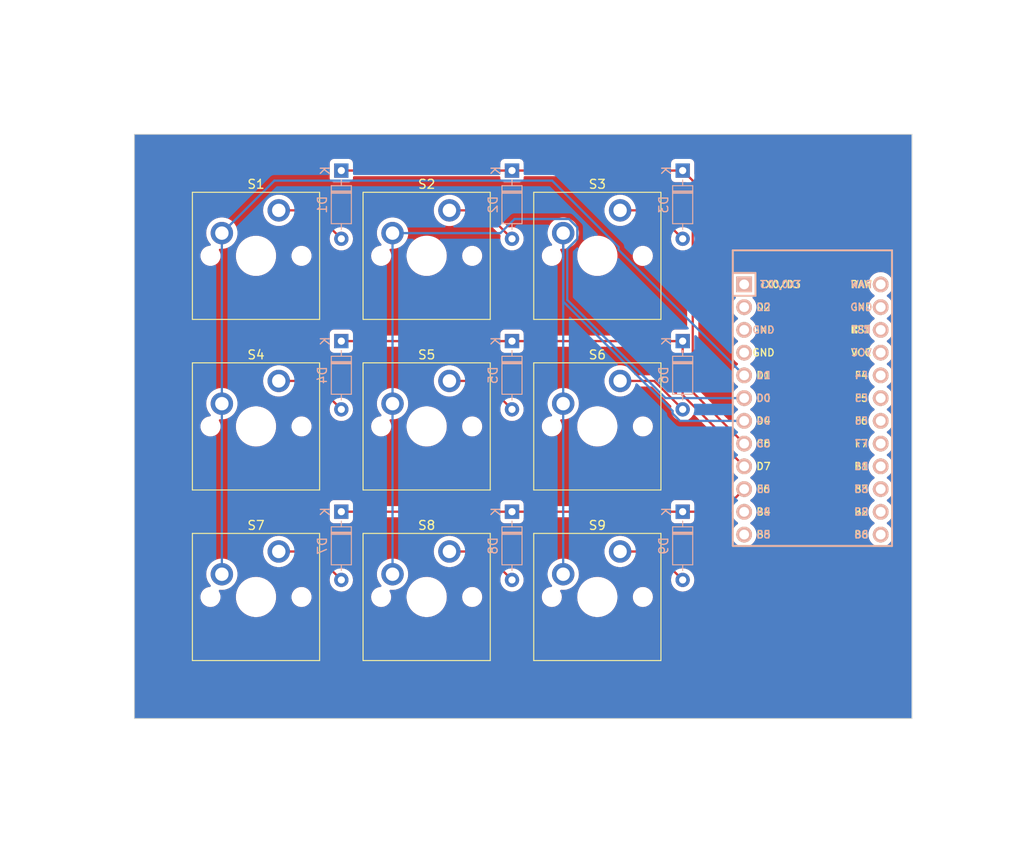
<source format=kicad_pcb>
(kicad_pcb (version 20221018) (generator pcbnew)
  (layers (0 "F.Cu" signal) (31 "B.Cu" signal) (34 "B.Paste" user) (35 "F.Paste" user) (36 "B.SilkS" user "B.Silkscreen") (37 "F.SilkS" user "F.Silkscreen") (38 "B.Mask" user) (39 "F.Mask" user) (44 "Edge.Cuts" user))
  (net 0 "")
  (net 1 "Row 0")
  (net 2 "Net-(D1-A)")
  (net 3 "Net-(D2-A)")
  (net 4 "Net-(D3-A)")
  (net 5 "Row 1")
  (net 6 "Net-(D4-A)")
  (net 7 "Net-(D5-A)")
  (net 8 "Net-(D6-A)")
  (net 9 "Row 2")
  (net 10 "Net-(D7-A)")
  (net 11 "Net-(D8-A)")
  (net 12 "Net-(D9-A)")
  (net 17 "Column 0")
  (net 18 "Column 1")
  (net 19 "Column 2")
  (footprint "ScottoKeebs_MX:MX_PCB_1.00u" (layer "F.Cu") (at 123.825 66.675)
    (fp_text reference "S1" (at 0 -8) (layer "F.SilkS"))
    (fp_text value "Keyswitch")
    (fp_line (start -7.1 -7.1) (end -7.1 7.1) (stroke (width 0.12)) (layer "F.SilkS"))
    (fp_line (start -7.1 7.1) (end 7.1 7.1) (stroke (width 0.12)) (layer "F.SilkS"))
    (fp_line (start 7.1 -7.1) (end -7.1 -7.1) (stroke (width 0.12)) (layer "F.SilkS"))
    (fp_line (start 7.1 7.1) (end 7.1 -7.1) (stroke (width 0.12)) (layer "F.SilkS"))
    (pad "" np_thru_hole circle (at -5.08 0) (size 1.75 1.75) (drill 1.75) (layers "*.Cu" "*.Mask"))
    (pad "" np_thru_hole circle (at 0 0) (size 4 4) (drill 4) (layers "*.Cu" "*.Mask"))
    (pad "" np_thru_hole circle (at 5.08 0) (size 1.75 1.75) (drill 1.75) (layers "*.Cu" "*.Mask"))
    (pad "1" thru_hole circle (at -3.81 -2.54) (size 2.5 2.5) (drill 1.5) (layers "*.Cu" "*.Mask") (net 17 "Column 0"))
    (pad "2" thru_hole circle (at 2.54 -5.08) (size 2.5 2.5) (drill 1.5) (layers "*.Cu" "*.Mask") (net 2 "Net-(D1-A)"))
  )
  (footprint "ScottoKeebs_MX:MX_PCB_1.00u" (layer "F.Cu") (at 142.875 104.775)
    (fp_text reference "S8" (at 0 -8) (layer "F.SilkS"))
    (fp_text value "Keyswitch")
    (fp_line (start -7.1 -7.1) (end -7.1 7.1) (stroke (width 0.12)) (layer "F.SilkS"))
    (fp_line (start -7.1 7.1) (end 7.1 7.1) (stroke (width 0.12)) (layer "F.SilkS"))
    (fp_line (start 7.1 -7.1) (end -7.1 -7.1) (stroke (width 0.12)) (layer "F.SilkS"))
    (fp_line (start 7.1 7.1) (end 7.1 -7.1) (stroke (width 0.12)) (layer "F.SilkS"))
    (pad "" np_thru_hole circle (at -5.08 0) (size 1.75 1.75) (drill 1.75) (layers "*.Cu" "*.Mask"))
    (pad "" np_thru_hole circle (at 0 0) (size 4 4) (drill 4) (layers "*.Cu" "*.Mask"))
    (pad "" np_thru_hole circle (at 5.08 0) (size 1.75 1.75) (drill 1.75) (layers "*.Cu" "*.Mask"))
    (pad "1" thru_hole circle (at -3.81 -2.54) (size 2.5 2.5) (drill 1.5) (layers "*.Cu" "*.Mask") (net 18 "Column 1"))
    (pad "2" thru_hole circle (at 2.54 -5.08) (size 2.5 2.5) (drill 1.5) (layers "*.Cu" "*.Mask") (net 11 "Net-(D8-A)"))
  )
  (footprint "ScottoKeebs_MCU:Arduino_Pro_Micro" (layer "F.Cu") (at 185.935 83.835)
    (fp_text reference "U1" hide)
    (fp_text value "Arduino_Pro_Micro" hide)
    (fp_text user "C6" (at -5.461 3.81) (layer "B.SilkS") (effects (font (size 0.8 0.8)) (justify mirror)))
    (fp_text user "ST" (at 5.04 -8.91) (layer "B.SilkS") (effects (font (size 0.8 0.8)) (justify mirror)))
    (fp_text user "D1" (at -5.461 -3.81) (layer "B.SilkS") (effects (font (size 0.8 0.8)) (justify mirror)))
    (fp_text user "F5" (at 5.461 -1.27) (layer "B.SilkS") (effects (font (size 0.8 0.8)) (justify mirror)))
    (fp_text user "F7" (at 5.461 3.81) (layer "B.SilkS") (effects (font (size 0.8 0.8)) (justify mirror)))
    (fp_text user "B3" (at 5.461 8.89) (layer "B.SilkS") (effects (font (size 0.8 0.8)) (justify mirror)))
    (fp_text user "D0" (at -5.461 -1.27) (layer "B.SilkS") (effects (font (size 0.8 0.8)) (justify mirror)))
    (fp_text user "F4" (at 5.461 -3.81) (layer "B.SilkS") (effects (font (size 0.8 0.8)) (justify mirror)))
    (fp_text user "B4" (at -5.461 11.43) (layer "B.SilkS") (effects (font (size 0.8 0.8)) (justify mirror)))
    (fp_text user "B6" (at 5.461 13.97) (layer "B.SilkS") (effects (font (size 0.8 0.8)) (justify mirror)))
    (fp_text user "RAW" (at 5.461 -13.97) (layer "B.SilkS") (effects (font (size 0.8 0.8)) (justify mirror)))
    (fp_text user "GND" (at 5.461 -11.43) (layer "B.SilkS") (effects (font (size 0.8 0.8)) (justify mirror)))
    (fp_text user "D4" (at -5.461 1.27) (layer "B.SilkS") (effects (font (size 0.8 0.8)) (justify mirror)))
    (fp_text user "B2" (at 5.461 11.43) (layer "B.SilkS") (effects (font (size 0.8 0.8)) (justify mirror)))
    (fp_text user "B1" (at 5.461 6.35) (layer "B.SilkS") (effects (font (size 0.8 0.8)) (justify mirror)))
    (fp_text user "TX0/D3" (at -3.571872 -13.97) (layer "B.SilkS") (effects (font (size 0.8 0.8)) (justify mirror)))
    (fp_text user "F6" (at 5.461 1.27) (layer "B.SilkS") (effects (font (size 0.8 0.8)) (justify mirror)))
    (fp_text user "D2" (at -5.461 -11.43) (layer "B.SilkS") (effects (font (size 0.8 0.8)) (justify mirror)))
    (fp_text user "GND" (at -5.461 -8.89) (layer "B.SilkS") (effects (font (size 0.8 0.8)) (justify mirror)))
    (fp_text user "VCC" (at 5.461 -6.35) (layer "B.SilkS") (effects (font (size 0.8 0.8)) (justify mirror)))
    (fp_text user "B5" (at -5.461 13.97) (layer "B.SilkS") (effects (font (size 0.8 0.8)) (justify mirror)))
    (fp_text user "E6" (at -5.461 8.89) (layer "B.SilkS") (effects (font (size 0.8 0.8)) (justify mirror)))
    (fp_text user "B5" (at -5.461 13.97) (layer "F.SilkS") (effects (font (size 0.8 0.8))))
    (fp_text user "D2" (at -5.461 -11.43) (layer "F.SilkS") (effects (font (size 0.8 0.8))))
    (fp_text user "B2" (at 5.461 11.43) (layer "F.SilkS") (effects (font (size 0.8 0.8))))
    (fp_text user "F6" (at 5.461 1.27) (layer "F.SilkS") (effects (font (size 0.8 0.8))))
    (fp_text user "VCC" (at 5.461 -6.35) (layer "F.SilkS") (effects (font (size 0.8 0.8))))
    (fp_text user "B6" (at 5.461 13.97) (layer "F.SilkS") (effects (font (size 0.8 0.8))))
    (fp_text user "F7" (at 5.461 3.81) (layer "F.SilkS") (effects (font (size 0.8 0.8))))
    (fp_text user "TX0/D3" (at -3.571872 -13.97) (layer "F.SilkS") (effects (font (size 0.8 0.8))))
    (fp_text user "GND" (at 5.461 -11.43) (layer "F.SilkS") (effects (font (size 0.8 0.8))))
    (fp_text user "B4" (at -5.461 11.43) (layer "F.SilkS") (effects (font (size 0.8 0.8))))
    (fp_text user "F5" (at 5.461 -1.27) (layer "F.SilkS") (effects (font (size 0.8 0.8))))
    (fp_text user "D7" (at -5.461 6.35) (layer "F.SilkS") (effects (font (size 0.8 0.8))))
    (fp_text user "B1" (at 5.461 6.35) (layer "F.SilkS") (effects (font (size 0.8 0.8))))
    (fp_text user "D0" (at -5.461 -1.27) (layer "F.SilkS") (effects (font (size 0.8 0.8))))
    (fp_text user "E6" (at -5.461 8.89) (layer "F.SilkS") (effects (font (size 0.8 0.8))))
    (fp_text user "D4" (at -5.461 1.27) (layer "F.SilkS") (effects (font (size 0.8 0.8))))
    (fp_text user "GND" (at -5.461 -8.89) (layer "F.SilkS") (effects (font (size 0.8 0.8))))
    (fp_text user "D1" (at -5.461 -3.81) (layer "F.SilkS") (effects (font (size 0.8 0.8))))
    (fp_text user "F4" (at 5.461 -3.81) (layer "F.SilkS") (effects (font (size 0.8 0.8))))
    (fp_text user "C6" (at -5.461 3.81) (layer "F.SilkS") (effects (font (size 0.8 0.8))))
    (fp_text user "RAW" (at 5.461 -13.97) (layer "F.SilkS") (effects (font (size 0.8 0.8))))
    (fp_text user "GND" (at -5.461 -6.35) (layer "F.SilkS") (effects (font (size 0.8 0.8))))
    (fp_text user "ST" (at 5.73312 -8.92) (layer "F.SilkS") (effects (font (size 0.8 0.8))))
    (fp_text user "B3" (at 5.461 8.89) (layer "F.SilkS") (effects (font (size 0.8 0.8))))
    (fp_line (start -8.89 -17.78) (end -8.89 15.24) (stroke (width 0.2)) (layer "B.SilkS"))
    (fp_line (start -8.89 15.24) (end 8.89 15.24) (stroke (width 0.2)) (layer "B.SilkS"))
    (fp_line (start -6.35 -15.24) (end -8.89 -15.24) (stroke (width 0.2)) (layer "B.SilkS"))
    (fp_line (start -6.35 -15.24) (end -6.35 -12.7) (stroke (width 0.2)) (layer "B.SilkS"))
    (fp_line (start -6.35 -12.7) (end -8.89 -12.7) (stroke (width 0.2)) (layer "B.SilkS"))
    (fp_line (start 8.89 -17.78) (end -8.89 -17.78) (stroke (width 0.2)) (layer "B.SilkS"))
    (fp_line (start 8.89 15.24) (end 8.89 -17.78) (stroke (width 0.2)) (layer "B.SilkS"))
    (fp_poly (pts (xy 5.844635 -9.35097) (xy 5.844635 -9.25097) (xy 6.344635 -9.25097) (xy 6.344635 -9.35097)) (stroke (width 0.15)) (fill solid) (layer "B.SilkS"))
    (fp_poly (pts (xy 5.844635 -9.35097) (xy 5.844635 -9.05097) (xy 5.944635 -9.05097) (xy 5.944635 -9.35097)) (stroke (width 0.15)) (fill solid) (layer "B.SilkS"))
    (fp_poly (pts (xy 5.844635 -8.75097) (xy 5.844635 -8.55097) (xy 5.944635 -8.55097) (xy 5.944635 -8.75097)) (stroke (width 0.15)) (fill solid) (layer "B.SilkS"))
    (fp_poly (pts (xy 6.044635 -8.95097) (xy 6.044635 -8.85097) (xy 6.144635 -8.85097) (xy 6.144635 -8.95097)) (stroke (width 0.15)) (fill solid) (layer "B.SilkS"))
    (fp_poly (pts (xy 6.244635 -9.35097) (xy 6.244635 -8.55097) (xy 6.344635 -8.55097) (xy 6.344635 -9.35097)) (stroke (width 0.15)) (fill solid) (layer "B.SilkS"))
    (fp_line (start -8.89 -17.78) (end -8.89 15.24) (stroke (width 0.2)) (layer "F.SilkS"))
    (fp_line (start -8.89 15.24) (end 8.89 15.24) (stroke (width 0.2)) (layer "F.SilkS"))
    (fp_line (start -6.35 -15.24) (end -8.89 -15.24) (stroke (width 0.2)) (layer "F.SilkS"))
    (fp_line (start -6.35 -15.24) (end -6.35 -12.7) (stroke (width 0.2)) (layer "F.SilkS"))
    (fp_line (start -6.35 -12.7) (end -8.89 -12.7) (stroke (width 0.2)) (layer "F.SilkS"))
    (fp_line (start 8.89 -17.78) (end -8.89 -17.78) (stroke (width 0.2)) (layer "F.SilkS"))
    (fp_line (start 8.89 15.24) (end 8.89 -17.78) (stroke (width 0.2)) (layer "F.SilkS"))
    (fp_poly (pts (xy 4.531568 -9.36064) (xy 4.531568 -8.56064) (xy 4.431568 -8.56064) (xy 4.431568 -9.36064)) (stroke (width 0.15)) (fill solid) (layer "F.SilkS"))
    (fp_poly (pts (xy 4.731568 -8.96064) (xy 4.731568 -8.86064) (xy 4.631568 -8.86064) (xy 4.631568 -8.96064)) (stroke (width 0.15)) (fill solid) (layer "F.SilkS"))
    (fp_poly (pts (xy 4.931568 -9.36064) (xy 4.931568 -9.26064) (xy 4.431568 -9.26064) (xy 4.431568 -9.36064)) (stroke (width 0.15)) (fill solid) (layer "F.SilkS"))
    (fp_poly (pts (xy 4.931568 -9.36064) (xy 4.931568 -9.06064) (xy 4.831568 -9.06064) (xy 4.831568 -9.36064)) (stroke (width 0.15)) (fill solid) (layer "F.SilkS"))
    (fp_poly (pts (xy 4.931568 -8.76064) (xy 4.931568 -8.56064) (xy 4.831568 -8.56064) (xy 4.831568 -8.76064)) (stroke (width 0.15)) (fill solid) (layer "F.SilkS"))
    (pad "1" thru_hole rect (at -7.62 -13.97 270) (size 1.7526 1.7526) (drill 1.0922) (layers "*.Cu" "*.SilkS" "*.Mask"))
    (pad "2" thru_hole circle (at -7.62 -11.43 270) (size 1.7526 1.7526) (drill 1.0922) (layers "*.Cu" "*.SilkS" "*.Mask"))
    (pad "3" thru_hole circle (at -7.62 -8.89 270) (size 1.7526 1.7526) (drill 1.0922) (layers "*.Cu" "*.SilkS" "*.Mask"))
    (pad "4" thru_hole circle (at -7.62 -6.35 270) (size 1.7526 1.7526) (drill 1.0922) (layers "*.Cu" "*.SilkS" "*.Mask"))
    (pad "5" thru_hole circle (at -7.62 -3.81 270) (size 1.7526 1.7526) (drill 1.0922) (layers "*.Cu" "*.SilkS" "*.Mask") (net 17 "Column 0"))
    (pad "6" thru_hole circle (at -7.62 -1.27 270) (size 1.7526 1.7526) (drill 1.0922) (layers "*.Cu" "*.SilkS" "*.Mask") (net 18 "Column 1"))
    (pad "7" thru_hole circle (at -7.62 1.27 270) (size 1.7526 1.7526) (drill 1.0922) (layers "*.Cu" "*.SilkS" "*.Mask") (net 19 "Column 2"))
    (pad "8" thru_hole circle (at -7.62 3.81 270) (size 1.7526 1.7526) (drill 1.0922) (layers "*.Cu" "*.SilkS" "*.Mask") (net 1 "Row 0"))
    (pad "9" thru_hole circle (at -7.62 6.35 270) (size 1.7526 1.7526) (drill 1.0922) (layers "*.Cu" "*.SilkS" "*.Mask") (net 5 "Row 1"))
    (pad "10" thru_hole circle (at -7.62 8.89 270) (size 1.7526 1.7526) (drill 1.0922) (layers "*.Cu" "*.SilkS" "*.Mask") (net 9 "Row 2"))
    (pad "11" thru_hole circle (at -7.62 11.43 270) (size 1.7526 1.7526) (drill 1.0922) (layers "*.Cu" "*.SilkS" "*.Mask"))
    (pad "12" thru_hole circle (at -7.62 13.97 270) (size 1.7526 1.7526) (drill 1.0922) (layers "*.Cu" "*.SilkS" "*.Mask"))
    (pad "13" thru_hole circle (at 7.62 13.97 270) (size 1.7526 1.7526) (drill 1.0922) (layers "*.Cu" "*.SilkS" "*.Mask"))
    (pad "14" thru_hole circle (at 7.62 11.43 270) (size 1.7526 1.7526) (drill 1.0922) (layers "*.Cu" "*.SilkS" "*.Mask"))
    (pad "15" thru_hole circle (at 7.62 8.89 270) (size 1.7526 1.7526) (drill 1.0922) (layers "*.Cu" "*.SilkS" "*.Mask"))
    (pad "16" thru_hole circle (at 7.62 6.35 270) (size 1.7526 1.7526) (drill 1.0922) (layers "*.Cu" "*.SilkS" "*.Mask"))
    (pad "17" thru_hole circle (at 7.62 3.81 270) (size 1.7526 1.7526) (drill 1.0922) (layers "*.Cu" "*.SilkS" "*.Mask"))
    (pad "18" thru_hole circle (at 7.62 1.27 270) (size 1.7526 1.7526) (drill 1.0922) (layers "*.Cu" "*.SilkS" "*.Mask"))
    (pad "19" thru_hole circle (at 7.62 -1.27 270) (size 1.7526 1.7526) (drill 1.0922) (layers "*.Cu" "*.SilkS" "*.Mask"))
    (pad "20" thru_hole circle (at 7.62 -3.81 270) (size 1.7526 1.7526) (drill 1.0922) (layers "*.Cu" "*.SilkS" "*.Mask"))
    (pad "21" thru_hole circle (at 7.62 -6.35 270) (size 1.7526 1.7526) (drill 1.0922) (layers "*.Cu" "*.SilkS" "*.Mask"))
    (pad "22" thru_hole circle (at 7.62 -8.89 270) (size 1.7526 1.7526) (drill 1.0922) (layers "*.Cu" "*.SilkS" "*.Mask"))
    (pad "23" thru_hole circle (at 7.62 -11.43 270) (size 1.7526 1.7526) (drill 1.0922) (layers "*.Cu" "*.SilkS" "*.Mask"))
    (pad "24" thru_hole circle (at 7.62 -13.97 270) (size 1.7526 1.7526) (drill 1.0922) (layers "*.Cu" "*.SilkS" "*.Mask"))
  )
  (footprint "ScottoKeebs_MX:MX_PCB_1.00u" (layer "F.Cu") (at 142.875 85.725)
    (fp_text reference "S5" (at 0 -8) (layer "F.SilkS"))
    (fp_text value "Keyswitch")
    (fp_line (start -7.1 -7.1) (end -7.1 7.1) (stroke (width 0.12)) (layer "F.SilkS"))
    (fp_line (start -7.1 7.1) (end 7.1 7.1) (stroke (width 0.12)) (layer "F.SilkS"))
    (fp_line (start 7.1 -7.1) (end -7.1 -7.1) (stroke (width 0.12)) (layer "F.SilkS"))
    (fp_line (start 7.1 7.1) (end 7.1 -7.1) (stroke (width 0.12)) (layer "F.SilkS"))
    (pad "" np_thru_hole circle (at -5.08 0) (size 1.75 1.75) (drill 1.75) (layers "*.Cu" "*.Mask"))
    (pad "" np_thru_hole circle (at 0 0) (size 4 4) (drill 4) (layers "*.Cu" "*.Mask"))
    (pad "" np_thru_hole circle (at 5.08 0) (size 1.75 1.75) (drill 1.75) (layers "*.Cu" "*.Mask"))
    (pad "1" thru_hole circle (at -3.81 -2.54) (size 2.5 2.5) (drill 1.5) (layers "*.Cu" "*.Mask") (net 18 "Column 1"))
    (pad "2" thru_hole circle (at 2.54 -5.08) (size 2.5 2.5) (drill 1.5) (layers "*.Cu" "*.Mask") (net 7 "Net-(D5-A)"))
  )
  (footprint "ScottoKeebs_MX:MX_PCB_1.00u" (layer "F.Cu") (at 161.925 85.725)
    (fp_text reference "S6" (at 0 -8) (layer "F.SilkS"))
    (fp_text value "Keyswitch")
    (fp_line (start -7.1 -7.1) (end -7.1 7.1) (stroke (width 0.12)) (layer "F.SilkS"))
    (fp_line (start -7.1 7.1) (end 7.1 7.1) (stroke (width 0.12)) (layer "F.SilkS"))
    (fp_line (start 7.1 -7.1) (end -7.1 -7.1) (stroke (width 0.12)) (layer "F.SilkS"))
    (fp_line (start 7.1 7.1) (end 7.1 -7.1) (stroke (width 0.12)) (layer "F.SilkS"))
    (pad "" np_thru_hole circle (at -5.08 0) (size 1.75 1.75) (drill 1.75) (layers "*.Cu" "*.Mask"))
    (pad "" np_thru_hole circle (at 0 0) (size 4 4) (drill 4) (layers "*.Cu" "*.Mask"))
    (pad "" np_thru_hole circle (at 5.08 0) (size 1.75 1.75) (drill 1.75) (layers "*.Cu" "*.Mask"))
    (pad "1" thru_hole circle (at -3.81 -2.54) (size 2.5 2.5) (drill 1.5) (layers "*.Cu" "*.Mask") (net 19 "Column 2"))
    (pad "2" thru_hole circle (at 2.54 -5.08) (size 2.5 2.5) (drill 1.5) (layers "*.Cu" "*.Mask") (net 8 "Net-(D6-A)"))
  )
  (footprint "ScottoKeebs_MX:MX_PCB_1.00u" (layer "F.Cu") (at 123.825 85.725)
    (fp_text reference "S4" (at 0 -8) (layer "F.SilkS"))
    (fp_text value "Keyswitch")
    (fp_line (start -7.1 -7.1) (end -7.1 7.1) (stroke (width 0.12)) (layer "F.SilkS"))
    (fp_line (start -7.1 7.1) (end 7.1 7.1) (stroke (width 0.12)) (layer "F.SilkS"))
    (fp_line (start 7.1 -7.1) (end -7.1 -7.1) (stroke (width 0.12)) (layer "F.SilkS"))
    (fp_line (start 7.1 7.1) (end 7.1 -7.1) (stroke (width 0.12)) (layer "F.SilkS"))
    (pad "" np_thru_hole circle (at -5.08 0) (size 1.75 1.75) (drill 1.75) (layers "*.Cu" "*.Mask"))
    (pad "" np_thru_hole circle (at 0 0) (size 4 4) (drill 4) (layers "*.Cu" "*.Mask"))
    (pad "" np_thru_hole circle (at 5.08 0) (size 1.75 1.75) (drill 1.75) (layers "*.Cu" "*.Mask"))
    (pad "1" thru_hole circle (at -3.81 -2.54) (size 2.5 2.5) (drill 1.5) (layers "*.Cu" "*.Mask") (net 17 "Column 0"))
    (pad "2" thru_hole circle (at 2.54 -5.08) (size 2.5 2.5) (drill 1.5) (layers "*.Cu" "*.Mask") (net 6 "Net-(D4-A)"))
  )
  (footprint "ScottoKeebs_MX:MX_PCB_1.00u" (layer "F.Cu") (at 161.925 104.775)
    (fp_text reference "S9" (at 0 -8) (layer "F.SilkS"))
    (fp_text value "Keyswitch")
    (fp_line (start -7.1 -7.1) (end -7.1 7.1) (stroke (width 0.12)) (layer "F.SilkS"))
    (fp_line (start -7.1 7.1) (end 7.1 7.1) (stroke (width 0.12)) (layer "F.SilkS"))
    (fp_line (start 7.1 -7.1) (end -7.1 -7.1) (stroke (width 0.12)) (layer "F.SilkS"))
    (fp_line (start 7.1 7.1) (end 7.1 -7.1) (stroke (width 0.12)) (layer "F.SilkS"))
    (pad "" np_thru_hole circle (at -5.08 0) (size 1.75 1.75) (drill 1.75) (layers "*.Cu" "*.Mask"))
    (pad "" np_thru_hole circle (at 0 0) (size 4 4) (drill 4) (layers "*.Cu" "*.Mask"))
    (pad "" np_thru_hole circle (at 5.08 0) (size 1.75 1.75) (drill 1.75) (layers "*.Cu" "*.Mask"))
    (pad "1" thru_hole circle (at -3.81 -2.54) (size 2.5 2.5) (drill 1.5) (layers "*.Cu" "*.Mask") (net 19 "Column 2"))
    (pad "2" thru_hole circle (at 2.54 -5.08) (size 2.5 2.5) (drill 1.5) (layers "*.Cu" "*.Mask") (net 12 "Net-(D9-A)"))
  )
  (footprint "ScottoKeebs_MX:MX_PCB_1.00u" (layer "F.Cu") (at 161.925 66.675)
    (fp_text reference "S3" (at 0 -8) (layer "F.SilkS"))
    (fp_text value "Keyswitch")
    (fp_line (start -7.1 -7.1) (end -7.1 7.1) (stroke (width 0.12)) (layer "F.SilkS"))
    (fp_line (start -7.1 7.1) (end 7.1 7.1) (stroke (width 0.12)) (layer "F.SilkS"))
    (fp_line (start 7.1 -7.1) (end -7.1 -7.1) (stroke (width 0.12)) (layer "F.SilkS"))
    (fp_line (start 7.1 7.1) (end 7.1 -7.1) (stroke (width 0.12)) (layer "F.SilkS"))
    (pad "" np_thru_hole circle (at -5.08 0) (size 1.75 1.75) (drill 1.75) (layers "*.Cu" "*.Mask"))
    (pad "" np_thru_hole circle (at 0 0) (size 4 4) (drill 4) (layers "*.Cu" "*.Mask"))
    (pad "" np_thru_hole circle (at 5.08 0) (size 1.75 1.75) (drill 1.75) (layers "*.Cu" "*.Mask"))
    (pad "1" thru_hole circle (at -3.81 -2.54) (size 2.5 2.5) (drill 1.5) (layers "*.Cu" "*.Mask") (net 19 "Column 2"))
    (pad "2" thru_hole circle (at 2.54 -5.08) (size 2.5 2.5) (drill 1.5) (layers "*.Cu" "*.Mask") (net 4 "Net-(D3-A)"))
  )
  (footprint "ScottoKeebs_MX:MX_PCB_1.00u" (layer "F.Cu") (at 142.875 66.675)
    (fp_text reference "S2" (at 0 -8) (layer "F.SilkS"))
    (fp_text value "Keyswitch")
    (fp_line (start -7.1 -7.1) (end -7.1 7.1) (stroke (width 0.12)) (layer "F.SilkS"))
    (fp_line (start -7.1 7.1) (end 7.1 7.1) (stroke (width 0.12)) (layer "F.SilkS"))
    (fp_line (start 7.1 -7.1) (end -7.1 -7.1) (stroke (width 0.12)) (layer "F.SilkS"))
    (fp_line (start 7.1 7.1) (end 7.1 -7.1) (stroke (width 0.12)) (layer "F.SilkS"))
    (pad "" np_thru_hole circle (at -5.08 0) (size 1.75 1.75) (drill 1.75) (layers "*.Cu" "*.Mask"))
    (pad "" np_thru_hole circle (at 0 0) (size 4 4) (drill 4) (layers "*.Cu" "*.Mask"))
    (pad "" np_thru_hole circle (at 5.08 0) (size 1.75 1.75) (drill 1.75) (layers "*.Cu" "*.Mask"))
    (pad "1" thru_hole circle (at -3.81 -2.54) (size 2.5 2.5) (drill 1.5) (layers "*.Cu" "*.Mask") (net 18 "Column 1"))
    (pad "2" thru_hole circle (at 2.54 -5.08) (size 2.5 2.5) (drill 1.5) (layers "*.Cu" "*.Mask") (net 3 "Net-(D2-A)"))
  )
  (footprint "ScottoKeebs_MX:MX_PCB_1.00u" (layer "F.Cu") (at 123.825 104.775)
    (fp_text reference "S7" (at 0 -8) (layer "F.SilkS"))
    (fp_text value "Keyswitch")
    (fp_line (start -7.1 -7.1) (end -7.1 7.1) (stroke (width 0.12)) (layer "F.SilkS"))
    (fp_line (start -7.1 7.1) (end 7.1 7.1) (stroke (width 0.12)) (layer "F.SilkS"))
    (fp_line (start 7.1 -7.1) (end -7.1 -7.1) (stroke (width 0.12)) (layer "F.SilkS"))
    (fp_line (start 7.1 7.1) (end 7.1 -7.1) (stroke (width 0.12)) (layer "F.SilkS"))
    (pad "" np_thru_hole circle (at -5.08 0) (size 1.75 1.75) (drill 1.75) (layers "*.Cu" "*.Mask"))
    (pad "" np_thru_hole circle (at 0 0) (size 4 4) (drill 4) (layers "*.Cu" "*.Mask"))
    (pad "" np_thru_hole circle (at 5.08 0) (size 1.75 1.75) (drill 1.75) (layers "*.Cu" "*.Mask"))
    (pad "1" thru_hole circle (at -3.81 -2.54) (size 2.5 2.5) (drill 1.5) (layers "*.Cu" "*.Mask") (net 17 "Column 0"))
    (pad "2" thru_hole circle (at 2.54 -5.08) (size 2.5 2.5) (drill 1.5) (layers "*.Cu" "*.Mask") (net 10 "Net-(D7-A)"))
  )
  (footprint "ScottoKeebs_Components:Diode_DO-35" (layer "B.Cu") (at 152.4 57.15 -90)
    (fp_text reference "D2" (at 3.81 2.12 90) (layer "B.SilkS") (effects (justify mirror)))
    (fp_text value "Diode")
    (fp_text user "K" (at 0 1.8 90) (layer "B.SilkS") (effects (justify mirror)))
    (fp_line (start 1.04 0) (end 1.69 0) (stroke (width 0.12)) (layer "B.SilkS"))
    (fp_line (start 1.69 -1.12) (end 5.93 -1.12) (stroke (width 0.12)) (layer "B.SilkS"))
    (fp_line (start 1.69 1.12) (end 1.69 -1.12) (stroke (width 0.12)) (layer "B.SilkS"))
    (fp_line (start 2.29 1.12) (end 2.29 -1.12) (stroke (width 0.12)) (layer "B.SilkS"))
    (fp_line (start 2.41 1.12) (end 2.41 -1.12) (stroke (width 0.12)) (layer "B.SilkS"))
    (fp_line (start 2.53 1.12) (end 2.53 -1.12) (stroke (width 0.12)) (layer "B.SilkS"))
    (fp_line (start 5.93 -1.12) (end 5.93 1.12) (stroke (width 0.12)) (layer "B.SilkS"))
    (fp_line (start 5.93 1.12) (end 1.69 1.12) (stroke (width 0.12)) (layer "B.SilkS"))
    (fp_line (start 6.58 0) (end 5.93 0) (stroke (width 0.12)) (layer "B.SilkS"))
    (pad "1" thru_hole rect (at 0 0 270) (size 1.6 1.6) (drill 0.8) (layers "*.Cu" "*.Mask") (net 1 "Row 0"))
    (pad "2" thru_hole oval (at 7.62 0 270) (size 1.6 1.6) (drill 0.8) (layers "*.Cu" "*.Mask") (net 3 "Net-(D2-A)"))
  )
  (footprint "ScottoKeebs_Components:Diode_DO-35" (layer "B.Cu") (at 171.45 95.25 -90)
    (fp_text reference "D9" (at 3.81 2.12 90) (layer "B.SilkS") (effects (justify mirror)))
    (fp_text value "Diode")
    (fp_text user "K" (at 0 1.8 90) (layer "B.SilkS") (effects (justify mirror)))
    (fp_line (start 1.04 0) (end 1.69 0) (stroke (width 0.12)) (layer "B.SilkS"))
    (fp_line (start 1.69 -1.12) (end 5.93 -1.12) (stroke (width 0.12)) (layer "B.SilkS"))
    (fp_line (start 1.69 1.12) (end 1.69 -1.12) (stroke (width 0.12)) (layer "B.SilkS"))
    (fp_line (start 2.29 1.12) (end 2.29 -1.12) (stroke (width 0.12)) (layer "B.SilkS"))
    (fp_line (start 2.41 1.12) (end 2.41 -1.12) (stroke (width 0.12)) (layer "B.SilkS"))
    (fp_line (start 2.53 1.12) (end 2.53 -1.12) (stroke (width 0.12)) (layer "B.SilkS"))
    (fp_line (start 5.93 -1.12) (end 5.93 1.12) (stroke (width 0.12)) (layer "B.SilkS"))
    (fp_line (start 5.93 1.12) (end 1.69 1.12) (stroke (width 0.12)) (layer "B.SilkS"))
    (fp_line (start 6.58 0) (end 5.93 0) (stroke (width 0.12)) (layer "B.SilkS"))
    (pad "1" thru_hole rect (at 0 0 270) (size 1.6 1.6) (drill 0.8) (layers "*.Cu" "*.Mask") (net 9 "Row 2"))
    (pad "2" thru_hole oval (at 7.62 0 270) (size 1.6 1.6) (drill 0.8) (layers "*.Cu" "*.Mask") (net 12 "Net-(D9-A)"))
  )
  (footprint "ScottoKeebs_Components:Diode_DO-35" (layer "B.Cu") (at 133.35 57.15 -90)
    (fp_text reference "D1" (at 3.81 2.12 90) (layer "B.SilkS") (effects (justify mirror)))
    (fp_text value "Diode")
    (fp_text user "K" (at 0 1.8 90) (layer "B.SilkS") (effects (justify mirror)))
    (fp_line (start 1.04 0) (end 1.69 0) (stroke (width 0.12)) (layer "B.SilkS"))
    (fp_line (start 1.69 -1.12) (end 5.93 -1.12) (stroke (width 0.12)) (layer "B.SilkS"))
    (fp_line (start 1.69 1.12) (end 1.69 -1.12) (stroke (width 0.12)) (layer "B.SilkS"))
    (fp_line (start 2.29 1.12) (end 2.29 -1.12) (stroke (width 0.12)) (layer "B.SilkS"))
    (fp_line (start 2.41 1.12) (end 2.41 -1.12) (stroke (width 0.12)) (layer "B.SilkS"))
    (fp_line (start 2.53 1.12) (end 2.53 -1.12) (stroke (width 0.12)) (layer "B.SilkS"))
    (fp_line (start 5.93 -1.12) (end 5.93 1.12) (stroke (width 0.12)) (layer "B.SilkS"))
    (fp_line (start 5.93 1.12) (end 1.69 1.12) (stroke (width 0.12)) (layer "B.SilkS"))
    (fp_line (start 6.58 0) (end 5.93 0) (stroke (width 0.12)) (layer "B.SilkS"))
    (pad "1" thru_hole rect (at 0 0 270) (size 1.6 1.6) (drill 0.8) (layers "*.Cu" "*.Mask") (net 1 "Row 0"))
    (pad "2" thru_hole oval (at 7.62 0 270) (size 1.6 1.6) (drill 0.8) (layers "*.Cu" "*.Mask") (net 2 "Net-(D1-A)"))
  )
  (footprint "ScottoKeebs_Components:Diode_DO-35" (layer "B.Cu") (at 171.45 76.2 -90)
    (fp_text reference "D6" (at 3.81 2.12 90) (layer "B.SilkS") (effects (justify mirror)))
    (fp_text value "Diode")
    (fp_text user "K" (at 0 1.8 90) (layer "B.SilkS") (effects (justify mirror)))
    (fp_line (start 1.04 0) (end 1.69 0) (stroke (width 0.12)) (layer "B.SilkS"))
    (fp_line (start 1.69 -1.12) (end 5.93 -1.12) (stroke (width 0.12)) (layer "B.SilkS"))
    (fp_line (start 1.69 1.12) (end 1.69 -1.12) (stroke (width 0.12)) (layer "B.SilkS"))
    (fp_line (start 2.29 1.12) (end 2.29 -1.12) (stroke (width 0.12)) (layer "B.SilkS"))
    (fp_line (start 2.41 1.12) (end 2.41 -1.12) (stroke (width 0.12)) (layer "B.SilkS"))
    (fp_line (start 2.53 1.12) (end 2.53 -1.12) (stroke (width 0.12)) (layer "B.SilkS"))
    (fp_line (start 5.93 -1.12) (end 5.93 1.12) (stroke (width 0.12)) (layer "B.SilkS"))
    (fp_line (start 5.93 1.12) (end 1.69 1.12) (stroke (width 0.12)) (layer "B.SilkS"))
    (fp_line (start 6.58 0) (end 5.93 0) (stroke (width 0.12)) (layer "B.SilkS"))
    (pad "1" thru_hole rect (at 0 0 270) (size 1.6 1.6) (drill 0.8) (layers "*.Cu" "*.Mask") (net 5 "Row 1"))
    (pad "2" thru_hole oval (at 7.62 0 270) (size 1.6 1.6) (drill 0.8) (layers "*.Cu" "*.Mask") (net 8 "Net-(D6-A)"))
  )
  (footprint "ScottoKeebs_Components:Diode_DO-35" (layer "B.Cu") (at 152.4 76.2 -90)
    (fp_text reference "D5" (at 3.81 2.12 90) (layer "B.SilkS") (effects (justify mirror)))
    (fp_text value "Diode")
    (fp_text user "K" (at 0 1.8 90) (layer "B.SilkS") (effects (justify mirror)))
    (fp_line (start 1.04 0) (end 1.69 0) (stroke (width 0.12)) (layer "B.SilkS"))
    (fp_line (start 1.69 -1.12) (end 5.93 -1.12) (stroke (width 0.12)) (layer "B.SilkS"))
    (fp_line (start 1.69 1.12) (end 1.69 -1.12) (stroke (width 0.12)) (layer "B.SilkS"))
    (fp_line (start 2.29 1.12) (end 2.29 -1.12) (stroke (width 0.12)) (layer "B.SilkS"))
    (fp_line (start 2.41 1.12) (end 2.41 -1.12) (stroke (width 0.12)) (layer "B.SilkS"))
    (fp_line (start 2.53 1.12) (end 2.53 -1.12) (stroke (width 0.12)) (layer "B.SilkS"))
    (fp_line (start 5.93 -1.12) (end 5.93 1.12) (stroke (width 0.12)) (layer "B.SilkS"))
    (fp_line (start 5.93 1.12) (end 1.69 1.12) (stroke (width 0.12)) (layer "B.SilkS"))
    (fp_line (start 6.58 0) (end 5.93 0) (stroke (width 0.12)) (layer "B.SilkS"))
    (pad "1" thru_hole rect (at 0 0 270) (size 1.6 1.6) (drill 0.8) (layers "*.Cu" "*.Mask") (net 5 "Row 1"))
    (pad "2" thru_hole oval (at 7.62 0 270) (size 1.6 1.6) (drill 0.8) (layers "*.Cu" "*.Mask") (net 7 "Net-(D5-A)"))
  )
  (footprint "ScottoKeebs_Components:Diode_DO-35" (layer "B.Cu") (at 152.4 95.25 -90)
    (fp_text reference "D8" (at 3.81 2.12 90) (layer "B.SilkS") (effects (justify mirror)))
    (fp_text value "Diode")
    (fp_text user "K" (at 0 1.8 90) (layer "B.SilkS") (effects (justify mirror)))
    (fp_line (start 1.04 0) (end 1.69 0) (stroke (width 0.12)) (layer "B.SilkS"))
    (fp_line (start 1.69 -1.12) (end 5.93 -1.12) (stroke (width 0.12)) (layer "B.SilkS"))
    (fp_line (start 1.69 1.12) (end 1.69 -1.12) (stroke (width 0.12)) (layer "B.SilkS"))
    (fp_line (start 2.29 1.12) (end 2.29 -1.12) (stroke (width 0.12)) (layer "B.SilkS"))
    (fp_line (start 2.41 1.12) (end 2.41 -1.12) (stroke (width 0.12)) (layer "B.SilkS"))
    (fp_line (start 2.53 1.12) (end 2.53 -1.12) (stroke (width 0.12)) (layer "B.SilkS"))
    (fp_line (start 5.93 -1.12) (end 5.93 1.12) (stroke (width 0.12)) (layer "B.SilkS"))
    (fp_line (start 5.93 1.12) (end 1.69 1.12) (stroke (width 0.12)) (layer "B.SilkS"))
    (fp_line (start 6.58 0) (end 5.93 0) (stroke (width 0.12)) (layer "B.SilkS"))
    (pad "1" thru_hole rect (at 0 0 270) (size 1.6 1.6) (drill 0.8) (layers "*.Cu" "*.Mask") (net 9 "Row 2"))
    (pad "2" thru_hole oval (at 7.62 0 270) (size 1.6 1.6) (drill 0.8) (layers "*.Cu" "*.Mask") (net 11 "Net-(D8-A)"))
  )
  (footprint "ScottoKeebs_Components:Diode_DO-35" (layer "B.Cu") (at 133.35 76.2 -90)
    (fp_text reference "D4" (at 3.81 2.12 90) (layer "B.SilkS") (effects (justify mirror)))
    (fp_text value "Diode")
    (fp_text user "K" (at 0 1.8 90) (layer "B.SilkS") (effects (justify mirror)))
    (fp_line (start 1.04 0) (end 1.69 0) (stroke (width 0.12)) (layer "B.SilkS"))
    (fp_line (start 1.69 -1.12) (end 5.93 -1.12) (stroke (width 0.12)) (layer "B.SilkS"))
    (fp_line (start 1.69 1.12) (end 1.69 -1.12) (stroke (width 0.12)) (layer "B.SilkS"))
    (fp_line (start 2.29 1.12) (end 2.29 -1.12) (stroke (width 0.12)) (layer "B.SilkS"))
    (fp_line (start 2.41 1.12) (end 2.41 -1.12) (stroke (width 0.12)) (layer "B.SilkS"))
    (fp_line (start 2.53 1.12) (end 2.53 -1.12) (stroke (width 0.12)) (layer "B.SilkS"))
    (fp_line (start 5.93 -1.12) (end 5.93 1.12) (stroke (width 0.12)) (layer "B.SilkS"))
    (fp_line (start 5.93 1.12) (end 1.69 1.12) (stroke (width 0.12)) (layer "B.SilkS"))
    (fp_line (start 6.58 0) (end 5.93 0) (stroke (width 0.12)) (layer "B.SilkS"))
    (pad "1" thru_hole rect (at 0 0 270) (size 1.6 1.6) (drill 0.8) (layers "*.Cu" "*.Mask") (net 5 "Row 1"))
    (pad "2" thru_hole oval (at 7.62 0 270) (size 1.6 1.6) (drill 0.8) (layers "*.Cu" "*.Mask") (net 6 "Net-(D4-A)"))
  )
  (footprint "ScottoKeebs_Components:Diode_DO-35" (layer "B.Cu") (at 133.35 95.25 -90)
    (fp_text reference "D7" (at 3.81 2.12 90) (layer "B.SilkS") (effects (justify mirror)))
    (fp_text value "Diode")
    (fp_text user "K" (at 0 1.8 90) (layer "B.SilkS") (effects (justify mirror)))
    (fp_line (start 1.04 0) (end 1.69 0) (stroke (width 0.12)) (layer "B.SilkS"))
    (fp_line (start 1.69 -1.12) (end 5.93 -1.12) (stroke (width 0.12)) (layer "B.SilkS"))
    (fp_line (start 1.69 1.12) (end 1.69 -1.12) (stroke (width 0.12)) (layer "B.SilkS"))
    (fp_line (start 2.29 1.12) (end 2.29 -1.12) (stroke (width 0.12)) (layer "B.SilkS"))
    (fp_line (start 2.41 1.12) (end 2.41 -1.12) (stroke (width 0.12)) (layer "B.SilkS"))
    (fp_line (start 2.53 1.12) (end 2.53 -1.12) (stroke (width 0.12)) (layer "B.SilkS"))
    (fp_line (start 5.93 -1.12) (end 5.93 1.12) (stroke (width 0.12)) (layer "B.SilkS"))
    (fp_line (start 5.93 1.12) (end 1.69 1.12) (stroke (width 0.12)) (layer "B.SilkS"))
    (fp_line (start 6.58 0) (end 5.93 0) (stroke (width 0.12)) (layer "B.SilkS"))
    (pad "1" thru_hole rect (at 0 0 270) (size 1.6 1.6) (drill 0.8) (layers "*.Cu" "*.Mask") (net 9 "Row 2"))
    (pad "2" thru_hole oval (at 7.62 0 270) (size 1.6 1.6) (drill 0.8) (layers "*.Cu" "*.Mask") (net 10 "Net-(D7-A)"))
  )
  (footprint "ScottoKeebs_Components:Diode_DO-35" (layer "B.Cu") (at 171.45 57.15 -90)
    (fp_text reference "D3" (at 3.81 2.12 90) (layer "B.SilkS") (effects (justify mirror)))
    (fp_text value "Diode")
    (fp_text user "K" (at 0 1.8 90) (layer "B.SilkS") (effects (justify mirror)))
    (fp_line (start 1.04 0) (end 1.69 0) (stroke (width 0.12)) (layer "B.SilkS"))
    (fp_line (start 1.69 -1.12) (end 5.93 -1.12) (stroke (width 0.12)) (layer "B.SilkS"))
    (fp_line (start 1.69 1.12) (end 1.69 -1.12) (stroke (width 0.12)) (layer "B.SilkS"))
    (fp_line (start 2.29 1.12) (end 2.29 -1.12) (stroke (width 0.12)) (layer "B.SilkS"))
    (fp_line (start 2.41 1.12) (end 2.41 -1.12) (stroke (width 0.12)) (layer "B.SilkS"))
    (fp_line (start 2.53 1.12) (end 2.53 -1.12) (stroke (width 0.12)) (layer "B.SilkS"))
    (fp_line (start 5.93 -1.12) (end 5.93 1.12) (stroke (width 0.12)) (layer "B.SilkS"))
    (fp_line (start 5.93 1.12) (end 1.69 1.12) (stroke (width 0.12)) (layer "B.SilkS"))
    (fp_line (start 6.58 0) (end 5.93 0) (stroke (width 0.12)) (layer "B.SilkS"))
    (pad "1" thru_hole rect (at 0 0 270) (size 1.6 1.6) (drill 0.8) (layers "*.Cu" "*.Mask") (net 1 "Row 0"))
    (pad "2" thru_hole oval (at 7.62 0 270) (size 1.6 1.6) (drill 0.8) (layers "*.Cu" "*.Mask") (net 4 "Net-(D3-A)"))
  )
  (gr_rect (start 110.25 53.1) (end 197.05 118.35) (stroke (width 0.1)) (fill none) (layer "Edge.Cuts"))
  (segment (start 171.45 57.15) (end 172.575 58.275) (width 0.25) (layer "F.Cu") (net 1))
  (segment (start 172.575 81.905) (end 178.315 87.645) (width 0.25) (layer "F.Cu") (net 1))
  (segment (start 133.35 57.15) (end 171.45 57.15) (width 0.25) (layer "F.Cu") (net 1))
  (segment (start 172.575 58.275) (end 172.575 81.905) (width 0.25) (layer "F.Cu") (net 1))
  (segment (start 130.175 61.595) (end 133.35 64.77) (width 0.25) (layer "F.Cu") (net 2))
  (segment (start 126.365 61.595) (end 130.175 61.595) (width 0.25) (layer "F.Cu") (net 2))
  (segment (start 149.225 61.595) (end 152.4 64.77) (width 0.25) (layer "F.Cu") (net 3))
  (segment (start 145.415 61.595) (end 149.225 61.595) (width 0.25) (layer "F.Cu") (net 3))
  (segment (start 168.275 61.595) (end 171.45 64.77) (width 0.25) (layer "F.Cu") (net 4))
  (segment (start 164.465 61.595) (end 168.275 61.595) (width 0.25) (layer "F.Cu") (net 4))
  (segment (start 175.39 87.26) (end 178.315 90.185) (width 0.25) (layer "F.Cu") (net 5))
  (segment (start 171.45 82.229009) (end 175.39 86.169009) (width 0.25) (layer "F.Cu") (net 5))
  (segment (start 175.39 86.169009) (end 175.39 87.26) (width 0.25) (layer "F.Cu") (net 5))
  (segment (start 171.45 76.2) (end 171.45 82.229009) (width 0.25) (layer "F.Cu") (net 5))
  (segment (start 133.35 76.2) (end 152.4 76.2) (width 0.25) (layer "F.Cu") (net 5))
  (segment (start 152.4 76.2) (end 171.45 76.2) (width 0.25) (layer "F.Cu") (net 5))
  (segment (start 126.365 80.645) (end 130.175 80.645) (width 0.25) (layer "F.Cu") (net 6))
  (segment (start 130.175 80.645) (end 133.35 83.82) (width 0.25) (layer "F.Cu") (net 6))
  (segment (start 145.415 80.645) (end 149.225 80.645) (width 0.25) (layer "F.Cu") (net 7))
  (segment (start 149.225 80.645) (end 152.4 83.82) (width 0.25) (layer "F.Cu") (net 7))
  (segment (start 168.275 80.645) (end 171.45 83.82) (width 0.25) (layer "F.Cu") (net 8))
  (segment (start 164.465 80.645) (end 168.275 80.645) (width 0.25) (layer "F.Cu") (net 8))
  (segment (start 171.45 95.25) (end 175.79 95.25) (width 0.25) (layer "F.Cu") (net 9))
  (segment (start 175.79 95.25) (end 178.315 92.725) (width 0.25) (layer "F.Cu") (net 9))
  (segment (start 133.35 95.25) (end 171.45 95.25) (width 0.25) (layer "F.Cu") (net 9))
  (segment (start 130.175 99.695) (end 133.35 102.87) (width 0.25) (layer "F.Cu") (net 10))
  (segment (start 126.365 99.695) (end 130.175 99.695) (width 0.25) (layer "F.Cu") (net 10))
  (segment (start 145.415 99.695) (end 149.225 99.695) (width 0.25) (layer "F.Cu") (net 11))
  (segment (start 149.225 99.695) (end 152.4 102.87) (width 0.25) (layer "F.Cu") (net 11))
  (segment (start 164.465 99.695) (end 168.275 99.695) (width 0.25) (layer "F.Cu") (net 12))
  (segment (start 168.275 99.695) (end 171.45 102.87) (width 0.25) (layer "F.Cu") (net 12))
  (segment (start 125.875 58.275) (end 156.883757 58.275) (width 0.25) (layer "B.Cu") (net 17))
  (segment (start 164.3 65.691243) (end 164.3 66.01) (width 0.25) (layer "B.Cu") (net 17))
  (segment (start 120.015 64.135) (end 120.015 102.235) (width 0.25) (layer "B.Cu") (net 17))
  (segment (start 156.883757 58.275) (end 164.3 65.691243) (width 0.25) (layer "B.Cu") (net 17))
  (segment (start 120.015 64.135) (end 125.875 58.275) (width 0.25) (layer "B.Cu") (net 17))
  (segment (start 164.3 66.01) (end 178.315 80.025) (width 0.25) (layer "B.Cu") (net 17))
  (segment (start 139.065 64.135) (end 151.105991 64.135) (width 0.25) (layer "B.Cu") (net 18))
  (segment (start 159.69 64.787387) (end 158.565 65.912387) (width 0.25) (layer "B.Cu") (net 18))
  (segment (start 151.105991 64.135) (end 152.680991 62.56) (width 0.25) (layer "B.Cu") (net 18))
  (segment (start 158.565 65.912387) (end 158.565 71.594009) (width 0.25) (layer "B.Cu") (net 18))
  (segment (start 152.680991 62.56) (end 158.767387 62.56) (width 0.25) (layer "B.Cu") (net 18))
  (segment (start 139.065 64.135) (end 139.065 102.235) (width 0.25) (layer "B.Cu") (net 18))
  (segment (start 158.565 71.594009) (end 169.535991 82.565) (width 0.25) (layer "B.Cu") (net 18))
  (segment (start 169.535991 82.565) (end 178.315 82.565) (width 0.25) (layer "B.Cu") (net 18))
  (segment (start 158.767387 62.56) (end 159.69 63.482613) (width 0.25) (layer "B.Cu") (net 18))
  (segment (start 159.69 63.482613) (end 159.69 64.787387) (width 0.25) (layer "B.Cu") (net 18))
  (segment (start 158.115 64.135) (end 158.115 71.780405) (width 0.25) (layer "B.Cu") (net 19))
  (segment (start 170.325 83.990405) (end 170.325 84.285991) (width 0.25) (layer "B.Cu") (net 19))
  (segment (start 171.144009 85.105) (end 178.315 85.105) (width 0.25) (layer "B.Cu") (net 19))
  (segment (start 158.115 64.135) (end 158.115 102.235) (width 0.25) (layer "B.Cu") (net 19))
  (segment (start 170.325 84.285991) (end 171.144009 85.105) (width 0.25) (layer "B.Cu") (net 19))
  (segment (start 158.115 71.780405) (end 170.325 83.990405) (width 0.25) (layer "B.Cu") (net 19))
  (zone (net 0) (net_name "") (layers "F&B.Cu") (connect_pads (clearance 0.5)) (min_thickness 0.25) (fill yes (thermal_gap 0.5) (thermal_bridge_width 0.5) (island_removal_mode 1) (island_area_min 9.999999))
    (polygon (pts (xy 95.25 38.1) (xy 95.25 133.35) (xy 209.55 133.35) (xy 209.55 38.1)))
  )
)
</source>
